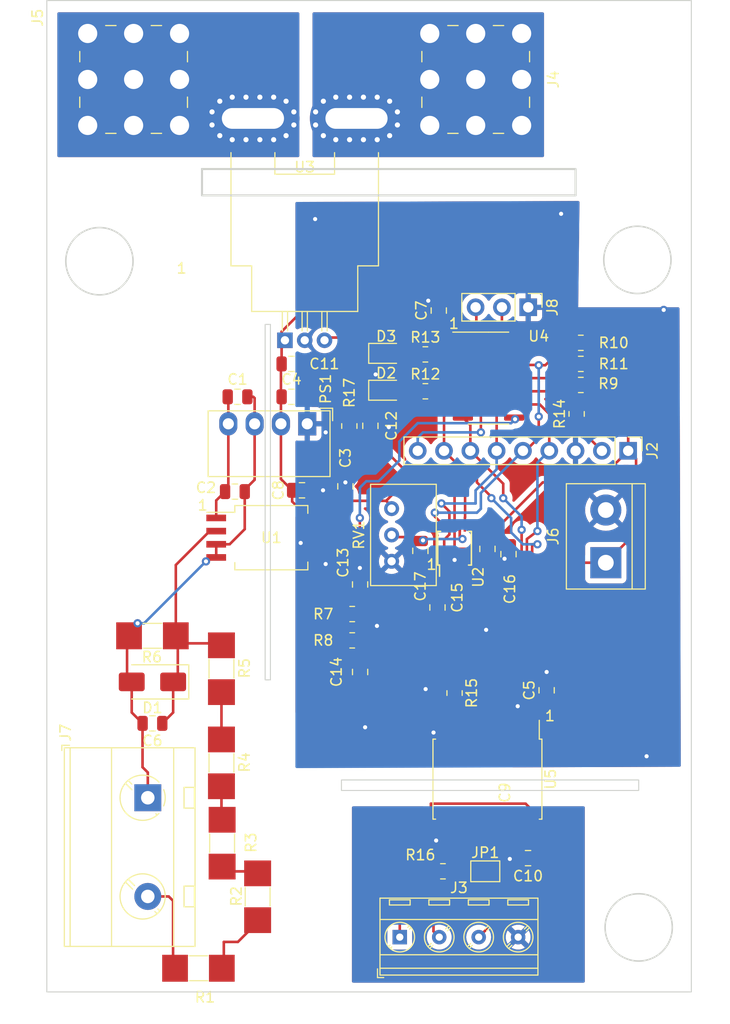
<source format=kicad_pcb>
(kicad_pcb (version 20221018) (generator pcbnew)
  (layers (0 "F.Cu" signal) (31 "B.Cu" signal) (34 "B.Paste" user) (35 "F.Paste" user) (36 "B.SilkS" user "B.Silkscreen") (37 "F.SilkS" user "F.Silkscreen") (38 "B.Mask" user) (39 "F.Mask" user) (44 "Edge.Cuts" user))
  (net 0 "")
  (net 1 "Net-(D1-A1)")
  (net 2 "GND1")
  (net 3 "GND")
  (net 4 "+5V")
  (net 5 "+5VP")
  (net 6 "Net-(R1-Pad2)")
  (net 7 "Net-(R2-Pad2)")
  (net 8 "Net-(R3-Pad2)")
  (net 9 "Net-(R4-Pad2)")
  (net 10 "Net-(U1-OUT+)")
  (net 11 "Net-(U1-OUT-)")
  (net 12 "GND2")
  (net 13 "VDD2")
  (net 14 "Net-(D2-A)")
  (net 15 "Net-(D3-A)")
  (net 16 "Net-(J2-Pin_2)")
  (net 17 "SCL")
  (net 18 "SDA")
  (net 19 "TXD")
  (net 20 "RXD")
  (net 21 "PA5")
  (net 22 "Net-(J4-Pin_1)")
  (net 23 "Net-(J5-Pin_1)")
  (net 24 "Net-(JP1-A)")
  (net 25 "B")
  (net 26 "RESET")
  (net 27 "PA7")
  (net 28 "PA6")
  (net 29 "Net-(U5-PV)")
  (net 30 "A")
  (net 31 "PA3")
  (net 32 "PA4")
  (net 33 "ALERT")
  (net 34 "XDIR")
  (net 38 "Net-(J7-Pin_2)")
  (net 39 "Net-(U3-VIOUT)")
  (net 40 "Net-(U2-AIN2)")
  (net 41 "Net-(U2-AIN0)")
  (net 42 "Net-(U2-AIN1)")
  (net 43 "Net-(U2-AIN3)")
  (footprint "PP:PP | R_MELF_MMB-0207 | 0805 Compatible" (layer "F.Cu") (at 39.977 71.0595 90)
    (fp_text reference "R5")
    (fp_text value "402k")
  )
  (footprint "Package_SO:SOIC-16W_7.5x10.3mm_P1.27mm" (layer "F.Cu") (at 65.659 81.71 -90)
    (fp_text reference "U5")
    (fp_text value "ADM2483xRW")
  )
  (footprint "TerminalBlock_MetzConnect:TerminalBlock_MetzConnect_Type086_RT03404HBLC_1x04_P3.81mm_Horizontal" (layer "F.Cu") (at 57.194 96.95)
    (fp_text reference "J3")
    (fp_text value "Screw_Terminal_01x04")
  )
  (footprint "Connector_PinHeader_2.54mm:PinHeader_1x03_P2.54mm_Vertical" (layer "F.Cu") (at 69.596 36.195 -90)
    (fp_text reference "J8")
    (fp_text value "PA3/PA4")
  )
  (footprint "Capacitor_SMD:C_0805_2012Metric" (layer "F.Cu") (at 67.691 60.005 90)
    (fp_text reference "C16")
    (fp_text value "10u")
  )
  (footprint "Capacitor_SMD:C_0805_2012Metric" (layer "F.Cu") (at 51.943 53.467 90)
    (fp_text reference "C3")
    (fp_text value "100n")
  )
  (footprint "TerminalBlock_Wuerth:Wuerth_REDCUBE-THR_WP-THRBU_74650194_THR" (layer "F.Cu") (at 31.496 14.218 -90)
    (fp_text reference "J5")
    (fp_text value "9x9 PIN connector")
  )
  (footprint "Capacitor_SMD:C_0805_2012Metric" (layer "F.Cu") (at 69.579 89.33)
    (fp_text reference "C10")
    (fp_text value "100nF")
  )
  (footprint "Capacitor_SMD:C_0805_2012Metric" (layer "F.Cu") (at 47.752 53.848)
    (fp_text reference "C8")
    (fp_text value "100nF")
  )
  (footprint "Capacitor_SMD:C_0805_2012Metric" (layer "F.Cu") (at 33.312 76.3295 180)
    (fp_text reference "C6")
    (fp_text value "1n")
  )
  (footprint "PP:PP | R_MELF_MMB-0207 | 0805 Compatible" (layer "F.Cu") (at 40.0405 87.8865 90)
    (fp_text reference "R3")
    (fp_text value "402k")
  )
  (footprint "Capacitor_SMD:C_0805_2012Metric" (layer "F.Cu") (at 65.659 59.502 -90)
    (fp_text reference "C9")
    (fp_text value "100nF")
  )
  (footprint "Capacitor_SMD:C_0805_2012Metric" (layer "F.Cu") (at 71.374 73.14 90)
    (fp_text reference "C5")
    (fp_text value "100n")
  )
  (footprint "Capacitor_SMD:C_0805_2012Metric" (layer "F.Cu") (at 53.3635 62.931 -90)
    (fp_text reference "C13")
    (fp_text value "100n")
  )
  (footprint "Capacitor_SMD:C_0805_2012Metric" (layer "F.Cu") (at 46.736 41.656)
    (fp_text reference "C11")
    (fp_text value "100n")
  )
  (footprint "Resistor_SMD:R_0805_2012Metric" (layer "F.Cu") (at 52.6015 68.326)
    (fp_text reference "R8")
    (fp_text value "10k")
  )
  (footprint "Diode_SMD:D_SMA" (layer "F.Cu") (at 33.312 72.3295 180)
    (fp_text reference "D1")
    (fp_text value "SMAJ5.0A")
  )
  (footprint "Capacitor_SMD:C_0805_2012Metric" (layer "F.Cu") (at 41.529 44.831)
    (fp_text reference "C1")
    (fp_text value "10u")
  )
  (footprint "Resistor_SMD:R_0805_2012Metric" (layer "F.Cu") (at 52.324 47.6485 90)
    (fp_text reference "R17")
    (fp_text value "10k")
  )
  (footprint "PP:PP | R_MELF_MMB-0207 | 0805 Compatible" (layer "F.Cu") (at 39.977 80.1395 90)
    (fp_text reference "R4")
    (fp_text value "402k")
  )
  (footprint "Capacitor_SMD:C_0805_2012Metric" (layer "F.Cu") (at 46.736 44.831)
    (fp_text reference "C4")
    (fp_text value "10u")
  )
  (footprint "Connector_PinHeader_2.54mm:PinHeader_1x09_P2.54mm_Vertical" (layer "F.Cu") (at 79.248 50.038 -90)
    (fp_text reference "J2")
    (fp_text value "Debug/UPDI")
  )
  (footprint "Capacitor_SMD:C_0805_2012Metric" (layer "F.Cu") (at 53.3635 71.374 -90)
    (fp_text reference "C14")
    (fp_text value "100n")
  )
  (footprint "Resistor_SMD:R_0805_2012Metric" (layer "F.Cu") (at 74.2715 46.482 90)
    (fp_text reference "R14")
    (fp_text value "470R")
  )
  (footprint "PP:PP | R_MELF_MMB-0207 | 0805 Compatible" (layer "F.Cu") (at 37.7545 99.9515)
    (fp_text reference "R1")
    (fp_text value "402k")
  )
  (footprint "Resistor_SMD:R_0805_2012Metric" (layer "F.Cu") (at 74.676 43.688)
    (fp_text reference "R9")
    (fp_text value "100K")
  )
  (footprint "Resistor_SMD:R_0805_2012Metric" (layer "F.Cu") (at 59.6665 44.296252)
    (fp_text reference "R12")
    (fp_text value "330R")
  )
  (footprint "Resistor_SMD:R_0805_2012Metric" (layer "F.Cu") (at 59.6665 40.740252)
    (fp_text reference "R13")
    (fp_text value "330R")
  )
  (footprint "TerminalBlock_MetzConnect:TerminalBlock_MetzConnect_Type703_RT10N02HGLU_1x02_P9.52mm_Horizontal" (layer "F.Cu") (at 32.865 83.505 -90)
    (fp_text reference "J7")
    (fp_text value "Screw_Terminal_01x02")
  )
  (footprint "Package_SO:SSO-8_6.8x5.9mm_P1.27mm_Clearance8mm" (layer "F.Cu") (at 44.8175 58.42)
    (fp_text reference "U1")
    (fp_text value "ACPL-C870")
  )
  (footprint "Package_SO:TSSOP-10_3x3mm_P0.5mm" (layer "F.Cu") (at 62.484 59.436 90)
    (fp_text reference "U2")
    (fp_text value "ADS1115IDGS")
  )
  (footprint "PP:PP | R_MELF_MMB-0207 | 0805 Compatible" (layer "F.Cu") (at 43.4695 93.0565 90)
    (fp_text reference "R2")
    (fp_text value "402k")
  )
  (footprint "Sensor_Current:Allegro_CB_PFF" (layer "F.Cu") (at 46.106 39.378)
    (fp_text reference "U3")
    (fp_text value "ACS758xCB-200B-PFF")
  )
  (footprint "Resistor_SMD:R_0805_2012Metric" (layer "F.Cu") (at 74.676 39.624 180)
    (fp_text reference "R10")
    (fp_text value "4k7")
  )
  (footprint "LED_SMD:LED_0805_2012Metric" (layer "F.Cu") (at 55.88 44.196)
    (fp_text reference "D2")
    (fp_text value "GREEN")
  )
  (footprint "Resistor_SMD:R_0805_2012Metric" (layer "F.Cu") (at 52.6015 65.786)
    (fp_text reference "R7")
    (fp_text value "10k")
  )
  (footprint "Jumper:SolderJumper-2_P1.3mm_Bridged_Pad1.0x1.5mm" (layer "F.Cu") (at 65.449 90.6)
    (fp_text reference "JP1")
    (fp_text value "SolderJumper_2_Bridged")
  )
  (footprint "PP:PP | R_MELF_MMB-0207 | 0805 Compatible" (layer "F.Cu") (at 33.312 67.8845 180)
    (fp_text reference "R6")
    (fp_text value "4k7")
  )
  (footprint "Capacitor_SMD:C_0805_2012Metric" (layer "F.Cu") (at 60.96 36.51 90)
    (fp_text reference "C7")
    (fp_text value "10u")
  )
  (footprint "Resistor_SMD:R_0805_2012Metric" (layer "F.Cu") (at 62.484 73.406 -90)
    (fp_text reference "R15")
    (fp_text value "10K")
  )
  (footprint "Capacitor_SMD:C_0805_2012Metric" (layer "F.Cu") (at 60.833 65.151 90)
    (fp_text reference "C15")
    (fp_text value "100n")
  )
  (footprint "TerminalBlock:TerminalBlock_bornier-2_P5.08mm" (layer "F.Cu") (at 77.089 60.833 90)
    (fp_text reference "J6")
    (fp_text value "Screw_Terminal_01x02")
  )
  (footprint "Capacitor_SMD:C_0805_2012Metric" (layer "F.Cu") (at 41.275 53.975)
    (fp_text reference "C2")
    (fp_text value "100n")
  )
  (footprint "Package_SO:SOIC-14_3.9x8.7mm_P1.27mm" (layer "F.Cu") (at 65.7625 43.026252)
    (fp_text reference "U4")
    (fp_text value "ATtiny1614-SS")
  )
  (footprint "Potentiometer_THT:Potentiometer_Bourns_3299W_Vertical" (layer "F.Cu") (at 56.406 55.616 90)
    (fp_text reference "RV1")
    (fp_text value "10k 10turn")
  )
  (footprint "Resistor_SMD:R_0805_2012Metric" (layer "F.Cu") (at 74.676 41.656 180)
    (fp_text reference "R11")
    (fp_text value "4k7")
  )
  (footprint "Resistor_SMD:R_0805_2012Metric" (layer "F.Cu") (at 61.3615 90.6 180)
    (fp_text reference "R16")
    (fp_text value "120R")
  )
  (footprint "LED_SMD:LED_0805_2012Metric" (layer "F.Cu") (at 55.88 40.64)
    (fp_text reference "D3")
    (fp_text value "RED")
  )
  (footprint "TerminalBlock_Wuerth:Wuerth_REDCUBE-THR_WP-THRBU_74650194_THR" (layer "F.Cu") (at 64.526 14.218 -90)
    (fp_text reference "J4")
    (fp_text value "9x9 PIN connector")
  )
  (footprint "Converter_DCDC:Converter_DCDC_Murata_MEE1SxxxxSC_THT" (layer "F.Cu") (at 48.26 47.4335 -90)
    (fp_text reference "PS1")
    (fp_text value "MEE1S0505SC")
  )
  (footprint "Capacitor_SMD:C_0805_2012Metric" (layer "F.Cu") (at 54.356 47.6285 90)
    (fp_text reference "C12")
    (fp_text value "100n 100V")
  )
  (footprint "Capacitor_SMD:C_0805_2012Metric" (layer "F.Cu") (at 59.182 59.69 -90)
    (fp_text reference "C17")
    (fp_text value "100n 100V")
  )
  (gr_rect (start 51.562 81.788) (end 80.264 82.804) (stroke (width 0.1)) (fill none) (layer "Edge.Cuts"))
  (gr_circle (center 80.137 31.623) (end 83.382341 31.623) (stroke (width 0.15)) (fill none) (layer "Edge.Cuts"))
  (gr_rect (start 38.1 22.86) (end 74.168 25.4) (stroke (width 0.2)) (fill none) (layer "Edge.Cuts"))
  (gr_rect (start 44.196 37.846) (end 44.704 72.136) (stroke (width 0.1)) (fill none) (layer "Edge.Cuts"))
  (gr_circle (center 80.264 96.012) (end 83.509341 96.012) (stroke (width 0.15)) (fill none) (layer "Edge.Cuts"))
  (gr_rect (start 23.114 6.604) (end 85.344 102.235) (stroke (width 0.1)) (fill none) (layer "Edge.Cuts"))
  (gr_circle (center 28.194 31.75) (end 31.439341 31.75) (stroke (width 0.15)) (fill none) (layer "Edge.Cuts"))
  (gr_text "1" (at 37.592 55.88) (layer "F.SilkS") (effects (font (size 1 1)) (justify left bottom)))
  (gr_text "1" (at 35.56 33.02) (layer "F.SilkS") (effects (font (size 1 1)) (justify left bottom)))
  (gr_text "1" (at 61.849 38.354) (layer "F.SilkS") (effects (font (size 1 1)) (justify left bottom)))
  (gr_text "1" (at 71.12 76.2) (layer "F.SilkS") (effects (font (size 1 1)) (justify left bottom)))
  (gr_text "1" (at 59.69 61.595) (layer "F.SilkS") (effects (font (size 1 1)) (justify left bottom)))
  (segment (start 38.8375 57.785) (end 35.57 61.0525) (width 0.25) (layer "F.Cu") (net 1))
  (segment (start 35.57 61.0525) (end 35.57 67.8845) (width 0.25) (layer "F.Cu") (net 1))
  (segment (start 35.312 72.3295) (end 35.312 75.2795) (width 0.25) (layer "F.Cu") (net 1))
  (segment (start 36.487 68.6095) (end 35.762 67.8845) (width 0.25) (layer "F.Cu") (net 1))
  (segment (start 35.762 67.8845) (end 35.762 71.8795) (width 0.25) (layer "F.Cu") (net 1))
  (segment (start 39.47 57.785) (end 38.8375 57.785) (width 0.25) (layer "F.Cu") (net 1))
  (segment (start 35.312 75.2795) (end 34.262 76.3295) (width 0.25) (layer "F.Cu") (net 1))
  (segment (start 35.762 71.8795) (end 35.312 72.3295) (width 0.25) (layer "F.Cu") (net 1))
  (segment (start 39.977 68.6095) (end 36.487 68.6095) (width 0.25) (layer "F.Cu") (net 1))
  (segment (start 39.47 59.055) (end 39.47 60.325) (width 0.25) (layer "F.Cu") (net 2))
  (segment (start 42.479 44.831) (end 43.053 44.831) (width 0.25) (layer "F.Cu") (net 2))
  (segment (start 43.053 44.831) (end 43.18 44.958) (width 0.25) (layer "F.Cu") (net 2))
  (segment (start 30.862 71.8795) (end 31.312 72.3295) (width 0.25) (layer "F.Cu") (net 2))
  (segment (start 31.312 75.2795) (end 32.362 76.3295) (width 0.25) (layer "F.Cu") (net 2))
  (segment (start 42.164 53.848) (end 43.18 52.832) (width 0.25) (layer "F.Cu") (net 2))
  (segment (start 31.312 72.3295) (end 31.312 75.2795) (width 0.25) (layer "F.Cu") (net 2))
  (segment (start 30.862 67.8845) (end 30.862 71.8795) (width 0.25) (layer "F.Cu") (net 2))
  (segment (start 39.47 59.055) (end 40.767 59.055) (width 0.25) (layer "F.Cu") (net 2))
  (segment (start 43.18 47.4335) (end 43.18 44.958) (width 0.25) (layer "F.Cu") (net 2))
  (segment (start 32.357 76.3345) (end 32.362 76.3295) (width 0.25) (layer "F.Cu") (net 2))
  (segment (start 40.767 59.055) (end 42.225 57.597) (width 0.25) (layer "F.Cu") (net 2))
  (segment (start 32.357 80.5575) (end 32.357 76.3345) (width 0.25) (layer "F.Cu") (net 2))
  (segment (start 42.225 57.597) (end 42.225 53.975) (width 0.25) (layer "F.Cu") (net 2))
  (segment (start 43.18 52.832) (end 43.18 47.4335) (width 0.25) (layer "F.Cu") (net 2))
  (segment (start 32.865 81.0655) (end 32.357 80.5575) (width 0.25) (layer "F.Cu") (net 2))
  (segment (start 42.164 53.914) (end 42.225 53.975) (width 0.25) (layer "F.Cu") (net 2))
  (segment (start 32.865 81.0655) (end 32.865 83.505) (width 0.25) (layer "F.Cu") (net 2))
  (via (at 31.877 66.675) (size 0.8) (drill 0.4) (layers "F.Cu" "B.Cu") (net 2))
  (via (at 38.481 60.706) (size 0.8) (drill 0.4) (layers "F.Cu" "B.Cu") (net 2))
  (segment (start 32.512 66.675) (end 38.481 60.706) (width 0.25) (layer "B.Cu") (net 2))
  (segment (start 31.877 66.675) (end 32.512 66.675) (width 0.25) (layer "B.Cu") (net 2))
  (segment (start 60.452 77.216) (end 61.058 77.216) (width 0.25) (layer "F.Cu") (net 3))
  (segment (start 70.163 72.19) (end 71.374 72.19) (width 0.25) (layer "F.Cu") (net 3))
  (segment (start 68.58 76.806) (end 68.834 77.06) (width 0.25) (layer "F.Cu") (net 3))
  (segment (start 62.485139 60.567352) (end 62.600491 60.452) (width 0.25) (layer "F.Cu") (net 3))
  (segment (start 54.9425 42.7505) (end 54.864 42.672) (width 0.25) (layer "F.Cu") (net 3))
  (segment (start 68.58 74.676) (end 68.58 76.806) (width 0.25) (layer "F.Cu") (net 3))
  (segment (start 61.058 77.216) (end 61.214 77.06) (width 0.25) (layer "F.Cu") (net 3))
  (segment (start 50.292 60.452) (end 50.165 60.325) (width 0.25) (layer "F.Cu") (net 3))
  (segment (start 70.163 72.19) (end 68.58 73.773) (width 0.25) (layer "F.Cu") (net 3))
  (segment (start 48.702 53.848) (end 49.784 53.848) (width 0.25) (layer "F.Cu") (net 3))
  (segment (start 54.864 40.7185) (end 54.9425 40.64) (width 0.25) (layer "F.Cu") (net 3))
  (segment (start 68.58 73.773) (end 68.58 74.676) (width 0.25) (layer "F.Cu") (net 3))
  (segment (start 62.484 61.586) (end 62.484 60.568491) (width 0.25) (layer "F.Cu") (net 3))
  (segment (start 54.864 42.672) (end 54.864 40.7185) (width 0.25) (layer "F.Cu") (net 3))
  (segment (start 54.9425 44.196) (end 54.9425 42.7505) (width 0.25) (layer "F.Cu") (net 3))
  (segment (start 62.484 60.568491) (end 62.485139 60.567352) (width 0.25) (layer "F.Cu") (net 3))
  (segment (start 62.600491 60.452) (end 65.532 60.452) (width 0.25) (layer "F.Cu") (net 3))
  (via (at 81.026 79.502) (size 0.8) (drill 0.4) (layers "F.Cu" "B.Cu") (net 3))
  (via (at 82.677 36.449) (size 0.8) (drill 0.4) (layers "F.Cu" "B.Cu") (net 3))
  (via (at 59.944 35.56) (size 0.8) (drill 0.4) (layers "F.Cu" "B.Cu") (net 3))
  (via (at 49.022 27.686) (size 0.8) (drill 0.4) (layers "F.Cu" "B.Cu") (net 3))
  (via (at 56.134 47.752) (size 0.8) (drill 0.4) (layers "F.Cu" "B.Cu") (net 3))
  (via (at 53.34 61.341) (size 0.8) (drill 0.4) (layers "F.Cu" "B.Cu") (net 3))
  (via (at 71.374 71.374) (size 0.8) (drill 0.4) (layers "F.Cu" "B.Cu") (net 3))
  (via (at 54.864 42.672) (size 0.8) (drill 0.4) (layers "F.Cu" "B.Cu") (net 3))
  (via (at 72.771 27.178) (size 0.8) (drill 0.4) (layers "F.Cu" "B.Cu") (net 3))
  (via (at 65.532 67.31) (size 0.8) (drill 0.4) (layers "F.Cu" "B.Cu") (net 3))
  (via (at 49.784 53.848) (size 0.8) (drill 0.4) (layers "F.Cu" "B.Cu") (net 3))
  (via (at 59.69 73.025) (size 0.8) (drill 0.4) (layers "F.Cu" "B.Cu") (net 3))
  (via (at 47.625 58.928) (size 0.8) (drill 0.4) (layers "F.Cu" "B.Cu") (net 3))
  (via (at 67.31 60.452) (size 0.8) (drill 0.4) (layers "F.Cu" "B.Cu") (net 3))
  (via (at 68.58 74.676) (size 0.8) (drill 0.4) (layers "F.Cu" "B.Cu") (net 3))
  (via (at 53.848 76.708) (size 0.8) (drill 0.4) (layers "F.Cu" "B.Cu") (net 3))
  (via (at 51.943 53.086) (size 0.8) (drill 0.4) (layers "F.Cu" "B.Cu") (net 3))
  (via (at 50.038 60.96) (size 0.8) (drill 0.4) (layers "F.Cu" "B.Cu") (net 3))
  (via (at 62.485139 60.567352) (size 0.8) (drill 0.4) (layers "F.Cu" "B.Cu") (net 3))
  (via (at 60.452 77.216) (size 0.8) (drill 0.4) (layers "F.Cu" "B.Cu") (net 3))
  (via (at 50.038 48.26) (size 0.8) (drill 0.4) (layers "F.Cu" "B.Cu") (net 3))
  (via (at 54.991 66.929) (size 0.8) (drill 0.4) (layers "F.Cu" "B.Cu") (net 3))
  (segment (start 70.104 77.06) (end 70.104 77.486751) (width 0.25) (layer "F.Cu") (net 4))
  (segment (start 70.163 77.001) (end 70.104 77.06) (width 0.25) (layer "F.Cu") (net 4))
  (segment (start 45.786 40.132) (end 45.786 38.542) (width 0.25) (layer "F.Cu") (net 4))
  (segment (start 75.5885 39.624) (end 75.5885 41.656) (width 0.25) (layer "F.Cu") (net 4))
  (segment (start 59.563 78.867) (end 59.182 78.486) (width 0.25) (layer "F.Cu") (net 4))
  (segment (start 55.88 54.864) (end 51.816 54.864) (width 0.25) (layer "F.Cu") (net 4))
  (segment (start 63.2875 39.216252) (end 61.155248 37.084) (width 0.25) (layer "F.Cu") (net 4))
  (segment (start 48.387 56.515) (end 50.165 56.515) (width 0.25) (layer "F.Cu") (net 4))
  (segment (start 58.457 79.973) (end 59.563 78.867) (width 0.25) (layer "F.Cu") (net 4))
  (segment (start 70.163 74.09) (end 70.163 74.168) (width 0.25) (layer "F.Cu") (net 4))
  (segment (start 62.484 59.309) (end 62.484 57.286) (width 0.25) (layer "F.Cu") (net 4))
  (segment (start 49.5325 56.515) (end 48.768 57.2795) (width 0.25) (layer "F.Cu") (net 4))
  (segment (start 51.816 54.864) (end 50.165 56.515) (width 0.25) (layer "F.Cu") (net 4))
  (segment (start 45.786 40.132) (end 45.786 39.698) (width 0.25) (layer "F.Cu") (net 4))
  (segment (start 48.223 79.973) (end 58.457 79.973) (width 0.25) (layer "F.Cu") (net 4))
  (segment (start 64.59 59.494) (end 62.669 59.494) (width 0.25) (layer "F.Cu") (net 4))
  (segment (start 76.2 53.086) (end 79.248 50.038) (width 0.25) (layer "F.Cu") (net 4))
  (segment (start 56.406 55.616) (end 56.406 55.39) (width 0.25) (layer "F.Cu") (net 4))
  (segment (start 45.72 52.766) (end 46.802 53.848) (width 0.25) (layer "F.Cu") (net 4))
  (segment (start 66.162 59.055) (end 65.659 58.552) (width 0.25) (layer "F.Cu") (net 4))
  (segment (start 62.484 57.286) (end 62.484 53.721) (width 0.25) (layer "F.Cu") (net 4))
  (segment (start 72.126173 74.09) (end 72.771 74.09) (width 0.25) (layer "F.Cu") (net 4))
  (segment (start 70.104 77.486751) (end 67.834751 79.756) (width 0.25) (layer "F.Cu") (net 4))
  (segment (start 46.802 53.848) (end 46.802 54.93) (width 0.25) (layer "F.Cu") (net 4))
  (segment (start 58.547 53.721) (end 57.023 53.721) (width 0.25) (layer "F.Cu") (net 4))
  (segment (start 59.182 78.486) (end 59.182 74.676) (width 0.25) (layer "F.Cu") (net 4))
  (segment (start 60.96 72.898) (end 62.0795 72.898) (width 0.25) (layer "F.Cu") (net 4))
  (segment (start 77.089 60.833) (end 80.01 57.912) (width 0.25) (layer "F.Cu") (net 4))
  (segment (start 45.786 39.698) (end 46.106 39.378) (width 0.25) (layer "F.Cu") (net 4))
  (segment (start 70.163 74.168) (end 70.163 77.001) (width 0.25) (layer "F.Cu") (net 4))
  (segment (start 61.155248 37.084) (end 47.244 37.084) (width 0.25) (layer "F.Cu") (net 4))
  (segment (start 50.165 56.515) (end 49.5325 56.515) (width 0.25) (layer "F.Cu") (net 4))
  (segment (start 79.248 47.8555) (end 79.248 50.038) (width 0.25) (layer "F.Cu") (net 4))
  (segment (start 80.01 57.912) (end 80.01 50.8) (width 0.25) (layer "F.Cu") (net 4))
  (segment (start 75.5885 44.196) (end 79.248 47.8555) (width 0.25) (layer "F.Cu") (net 4))
  (segment (start 47.625 75.946) (end 47.625 79.375) (width 0.25) (layer "F.Cu") (net 4))
  (segment (start 59.182 74.676) (end 60.96 72.898) (width 0.25) (layer "F.Cu") (net 4))
  (segment (start 60.452 79.756) (end 59.563 78.867) (width 0.25) (layer "F.Cu") (net 4))
  (segment (start 73.025 60.833) (end 77.089 60.833) (width 0.25) (layer "F.Cu") (net 4))
  (segment (start 46.802 54.93) (end 48.387 56.515) (width 0.25) (layer "F.Cu") (net 4))
  (segment (start 45.72 41.722) (end 45.72 52.766) (width 0.25) (layer "F.Cu") (net 4))
  (segment (start 70.241 74.09) (end 70.163 74.168) (width 0.25) (layer "F.Cu") (net 4))
  (segment (start 56.406 55.39) (end 55.88 54.864) (width 0.25) (layer "F.Cu") (net 4))
  (segment (start 62.0795 72.898) (end 62.484 72.4935) (width 0.25) (layer "F.Cu") (net 4))
  (segment (start 70.998 53.086) (end 65.532 58.552) (width 0.25) (layer "F.Cu") (net 4))
  (segment (start 45.786 41.656) (end 45.786 40.132) (width 0.25) (layer "F.Cu") (net 4))
  (segment (start 75.5885 41.656) (end 75.5885 43.688) (width 0.25) (layer "F.Cu") (net 4))
  (segment (start 48.768 74.803) (end 47.625 75.946) (width 0.25) (layer "F.Cu") (net 4))
  (segment (start 62.484 53.721) (end 58.547 53.721) (width 0.25) (layer "F.Cu") (net 4))
  (segment (start 70.739 69.088) (end 70.739 63.119) (width 0.25) (layer "F.Cu") (net 4))
  (segment (start 71.374 74.09) (end 70.241 74.09) (width 0.25) (layer "F.Cu") (net 4))
  (segment (start 62.669 59.494) (end 62.484 59.309) (width 0.25) (layer "F.Cu") (net 4))
  (segment (start 47.625 79.375) (end 48.223 79.973) (width 0.25) (layer "F.Cu") (net 4))
  (segment (start 45.786 38.542) (end 47.244 37.084) (width 0.25) (layer "F.Cu") (net 4))
  (segment (start 76.2 53.086) (end 70.998 53.086) (width 0.25) (layer "F.Cu") (net 4))
  (segment (start 65.532 58.552) (end 64.59 59.494) (width 0.25) (layer "F.Cu") (net 4))
  (segment (start 57.023 53.721) (end 55.88 54.864) (width 0.25) (layer "F.Cu") (net 4))
  (segment (start 80.01 50.8) (end 79.248 50.038) (width 0.25) (layer "F.Cu") (net 4))
  (segment (start 72.771 71.12) (end 70.739 69.088) (width 0.25) (layer "F.Cu") (net 4))
  (segment (start 67.691 59.055) (end 66.162 59.055) (width 0.25) (layer "F.Cu") (net 4))
  (segment (start 70.739 63.119) (end 73.025 60.833) (width 0.25) (layer "F.Cu") (net 4))
  (segment (start 67.834751 79.756) (end 60.452 79.756) (width 0.25) (layer "F.Cu") (net 4))
  (segment (start 45.786 41.656) (end 45.72 41.722) (width 0.25) (layer "F.Cu") (net 4))
  (segment (start 72.771 74.09) (end 72.771 71.12) (width 0.25) (layer "F.Cu") (net 4))
  (segment (start 48.768 57.2795) (end 48.768 74.803) (width 0.25) (layer "F.Cu") (net 4))
  (segment (start 40.64 53.66) (end 40.64 47.4335) (width 0.25) (layer "F.Cu") (net 5))
  (segment (start 40.325 53.975) (end 40.64 53.66) (width 0.25) (layer "F.Cu") (net 5))
  (segment (start 40.64 44.892) (end 40.579 44.831) (width 0.25) (layer "F.Cu") (net 5))
  (segment (start 40.325 53.975) (end 39.47 54.83) (width 0.25) (layer "F.Cu") (net 5))
  (segment (start 39.47 54.83) (end 39.47 56.515) (width 0.25) (layer "F.Cu") (net 5))
  (segment (start 40.64 47.4335) (end 40.64 44.892) (width 0.25) (layer "F.Cu") (net 5))
  (segment (start 40.2045 97.4115) (end 41.5645 97.4115) (width 0.25) (layer "F.Cu") (net 6))
  (segment (start 41.5645 97.4115) (end 43.4695 95.5065) (width 0.25) (layer "F.Cu") (net 6))
  (segment (start 40.2045 97.4115) (end 40.2045 99.9515) (width 0.25) (layer "F.Cu") (net 6))
  (segment (start 43.4695 90.6065) (end 39.2945 90.6065) (width 0.25) (layer "F.Cu") (net 7))
  (segment (start 39.977 85.373) (end 40.0405 85.4365) (width 0.25) (layer "F.Cu") (net 8))
  (segment (start 39.977 82.5895) (end 39.977 85.373) (width 0.25) (layer "F.Cu") (net 8))
  (segment (start 39.977 77.6895) (end 39.977 73.5095) (width 0.25) (layer "F.Cu") (net 9))
  (segment (start 52.139 59.1265) (end 52.139 60.909896) (width 0.25) (layer "F.Cu") (net 10))
  (segment (start 50.165 57.785) (end 50.7975 57.785) (width 0.25) (layer "F.Cu") (net 10))
  (segment (start 52.139 60.909896) (end 51.689 61.359896) (width 0.25) (layer "F.Cu") (net 10))
  (segment (start 50.7975 57.785) (end 52.139 59.1265) (width 0.25) (layer "F.Cu") (net 10))
  (segment (start 51.689 61.359896) (end 51.689 65.786) (width 0.25) (layer "F.Cu") (net 10))
  (segment (start 50.419 68.326) (end 51.689 68.326) (width 0.25) (layer "F.Cu") (net 11))
  (segment (start 50.419 61.9935) (end 50.419 68.326) (width 0.25) (layer "F.Cu") (net 11))
  (segment (start 51.689 60.7235) (end 50.419 61.9935) (width 0.25) (layer "F.Cu") (net 11))
  (segment (start 50.8175 59.055) (end 51.689 59.9265) (width 0.25) (layer "F.Cu") (net 11))
  (segment (start 50.165 59.055) (end 50.8175 59.055) (width 0.25) (layer "F.Cu") (net 11))
  (segment (start 51.689 59.9265) (end 51.689 60.7235) (width 0.25) (layer "F.Cu") (net 11))
  (segment (start 61.214 86.36) (end 61.214 84.836) (width 0.25) (layer "F.Cu") (net 12))
  (segment (start 68.629 86.565) (end 68.834 86.36) (width 0.25) (layer "F.Cu") (net 12))
  (segment (start 68.834 84.836) (end 68.834 86.36) (width 0.25) (layer "F.Cu") (net 12))
  (segment (start 68.629 89.33) (end 68.629 86.565) (width 0.25) (layer "F.Cu") (net 12))
  (segment (start 68.58 84.836) (end 68.834 84.836) (width 0.25) (layer "F.Cu") (net 12))
  (segment (start 61.214 84.836) (end 68.58 84.836) (width 0.25) (layer "F.Cu") (net 12))
  (via (at 67.818 89.408) (size 0.8) (drill 0.4) (layers "F.Cu" "B.Cu") (net 12))
  (via (at 60.706 87.63) (size 0.8) (drill 0.4) (layers "F.Cu" "B.Cu") (net 12))
  (segment (start 60.198 84.074) (end 60.198 85.09) (width 0.25) (layer "F.Cu") (net 13))
  (segment (start 57.194 88.094) (end 57.194 96.95) (width 0.25) (layer "F.Cu") (net 13))
  (segment (start 70.529 89.33) (end 70.529 86.785) (width 0.25) (layer "F.Cu") (net 13))
  (segment (start 60.198 85.09) (end 57.194 88.094) (width 0.25) (layer "F.Cu") (net 13))
  (segment (start 70.104 86.36) (end 70.104 84.836) (width 0.25) (layer "F.Cu") (net 13))
  (segment (start 70.104 84.836) (end 69.342 84.074) (width 0.25) (layer "F.Cu") (net 13))
  (segment (start 70.529 86.785) (end 70.104 86.36) (width 0.25) (layer "F.Cu") (net 13))
  (segment (start 69.342 84.074) (end 60.198 84.074) (width 0.25) (layer "F.Cu") (net 13))
  (segment (start 58.653748 44.196) (end 58.754 44.296252) (width 0.25) (layer "F.Cu") (net 14))
  (segment (start 56.8175 44.196) (end 58.653748 44.196) (width 0.25) (layer "F.Cu") (net 14))
  (segment (start 56.8175 40.64) (end 58.653748 40.64) (width 0.25) (layer "F.Cu") (net 15))
  (segment (start 58.653748 40.64) (end 58.754 40.740252) (width 0.25) (layer "F.Cu") (net 15))
  (segment (start 74.3185 47.6485) (end 76.708 50.038) (width 0.25) (layer "F.Cu") (net 16))
  (segment (start 74.2715 47.6485) (end 74.3185 47.6485) (width 0.25) (layer "F.Cu") (net 16))
  (segment (start 71.247 41.783) (end 72.644 40.386) (width 0.25) (layer "F.Cu") (net 17))
  (segment (start 72.644 40.386) (end 73.5095 40.386) (width 0.25) (layer "F.Cu") (net 17))
  (segment (start 68.2375 41.756252) (end 70.585252 41.756252) (width 0.25) (layer "F.Cu") (net 17))
  (segment (start 70.585252 41.756252) (end 70.612 41.783) (width 0.25) (layer "F.Cu") (net 17))
  (segment (start 61.484 57.286) (end 60.579 56.381) (width 0.25) (layer "F.Cu") (net 17))
  (segment (start 70.612 48.768) (end 70.612 46.736) (width 0.25) (layer "F.Cu") (net 17))
  (segment (start 69.088 50.292) (end 70.612 48.768) (width 0.25) (layer "F.Cu") (net 17))
  (segment (start 73.5095 40.386) (end 73.7635 40.132) (width 0.25) (layer "F.Cu") (net 17))
  (segment (start 60.579 56.007) (end 60.579 56.134) (width 0.25) (layer "F.Cu") (net 17))
  (segment (start 60.579 56.381) (end 60.579 56.007) (width 0.25) (layer "F.Cu") (net 17))
  (segment (start 70.612 41.783) (end 71.247 41.783) (width 0.25) (layer "F.Cu") (net 17))
  (via (at 70.612 46.736) (size 0.8) (drill 0.4) (layers "F.Cu" "B.Cu") (net 17))
  (via (at 60.579 56.007) (size 0.8) (drill 0.4) (layers "F.Cu" "B.Cu") (net 17))
  (via (at 70.612 41.783) (size 0.8) (drill 0.4) (layers "F.Cu" "B.Cu") (net 17))
  (segment (start 60.579 56.007) (end 64.643 56.007) (width 0.25) (layer "B.Cu") (net 17))
  (segment (start 65.024 55.626) (end 65.024 54.102) (width 0.25) (layer "B.Cu") (net 17))
  (segment (start 64.643 56.007) (end 65.024 55.626) (width 0.25) (layer "B.Cu") (net 17))
  (segment (start 70.612 41.783) (end 70.612 46.736) (width 0.25) (layer "B.Cu") (net 17))
  (segment (start 65.024 54.102) (end 69.088 50.038) (width 0.25) (layer "B.Cu") (net 17))
  (segment (start 66.548 50.292) (end 66.548 44.339001) (width 0.25) (layer "F.Cu") (net 18))
  (segment (start 61.984 55.888) (end 61.214 55.118) (width 0.25) (layer "F.Cu") (net 18))
  (segment (start 73.279 42.164) (end 73.7635 42.164) (width 0.25) (layer "F.Cu") (net 18))
  (segment (start 61.984 57.286) (end 61.984 55.888) (width 0.25) (layer "F.Cu") (net 18))
  (segment (start 68.2375 43.026252) (end 72.416748 43.026252) (width 0.25) (layer "F.Cu") (net 18))
  (segment (start 61.984 58.111) (end 61.984 57.286) (width 0.25) (layer "F.Cu") (net 18))
  (segment (start 61.984 58.111) (end 61.484 58.611) (width 0.25) (layer "F.Cu") (net 18))
  (segment (start 66.548 44.339001) (end 67.860749 43.026252) (width 0.25) (layer "F.Cu") (net 18))
  (segment (start 61.484 58.611) (end 61.484 61.586) (width 0.25) (layer "F.Cu") (net 18))
  (segment (start 72.416748 43.026252) (end 73.279 42.164) (width 0.25) (layer "F.Cu") (net 18))
  (segment (start 67.860749 43.026252) (end 68.2375 43.026252) (width 0.25) (layer "F.Cu") (net 18))
  (via (at 61.214 55.118) (size 0.8) (drill 0.4) (layers "F.Cu" "B.Cu") (net 18))
  (segment (start 64.516 55.118) (end 61.214 55.118) (width 0.25) (layer "B.Cu") (net 18))
  (segment (start 64.516 53.857305) (end 64.516 55.118) (width 0.25) (layer "B.Cu") (net 18))
  (segment (start 66.548 50.038) (end 66.548 51.825305) (width 0.25) (layer "B.Cu") (net 18))
  (segment (start 66.548 51.825305) (end 64.516 53.857305) (width 0.25) (layer "B.Cu") (net 18))
  (segment (start 63.754 75.946) (end 63.754 77.06) (width 0.25) (layer "F.Cu") (net 19))
  (segment (start 64.008 50.038) (end 67.183 53.213) (width 0.25) (layer "F.Cu") (net 19))
  (segment (start 64.008 47.556752) (end 63.2875 46.836252) (width 0.25) (layer "F.Cu") (net 19))
  (segment (start 67.183 53.213) (end 67.183 54.61) (width 0.25) (layer "F.Cu") (net 19))
  (segment (start 68.961 57.658) (end 68.961 70.739) (width 0.25) (layer "F.Cu") (net 19))
  (segment (start 64.008 50.292) (end 64.008 47.556752) (width 0.25) (layer "F.Cu") (net 19))
  (segment (start 68.961 70.739) (end 63.754 75.946) (width 0.25) (layer "F.Cu") (net 19))
  (via (at 67.183 54.61) (size 0.8) (drill 0.4) (layers "F.Cu" "B.Cu") (net 19))
  (via (at 68.961 57.658) (size 0.8) (drill 0.4) (layers "F.Cu" "B.Cu") (net 19))
  (segment (start 67.183 54.61) (end 68.961 56.388) (width 0.25) (layer "B.Cu") (net 19))
  (segment (start 68.961 56.388) (end 68.961 57.658) (width 0.25) (layer "B.Cu") (net 19))
  (segment (start 61.468 46.736) (end 61.468 50.292) (width 0.25) (layer "F.Cu") (net 20))
  (segment (start 69.977 59.055) (end 70.485 59.055) (width 0.25) (layer "F.Cu") (net 20))
  (segment (start 67.564 73.408792) (end 69.977 70.995792) (width 0.25) (layer "F.Cu") (net 20))
  (segment (start 64.643 53.086) (end 66.04 54.483) (width 0.25) (layer "F.Cu") (net 20))
  (segment (start 67.564 77.06) (end 67.564 73.408792) (width 0.25) (layer "F.Cu") (net 20))
  (segment (start 63.2875 45.566252) (end 62.637748 45.566252) (width 0.25) (layer "F.Cu") (net 20))
  (segment (start 63.246 51.816) (end 64.643 51.816) (width 0.25) (layer "F.Cu") (net 20))
  (segment (start 64.643 51.816) (end 64.643 53.086) (width 0.25) (layer "F.Cu") (net 20))
  (segment (start 69.977 70.995792) (end 69.977 59.055) (width 0.25) (layer "F.Cu") (net 20))
  (segment (start 61.468 50.038) (end 63.246 51.816) (width 0.25) (layer "F.Cu") (net 20))
  (segment (start 62.637748 45.566252) (end 61.468 46.736) (width 0.25) (layer "F.Cu") (net 20))
  (via (at 70.485 59.055) (size 0.8) (drill 0.4) (layers "F.Cu" "B.Cu") (net 20))
  (via (at 66.04 54.61) (size 0.8) (drill 0.4) (layers "F.Cu" "B.Cu") (net 20))
  (segment (start 70.485 59.055) (end 69.088 59.055) (width 0.25) (layer "B.Cu") (net 20))
  (segment (start 69.088 59.055) (end 67.945 57.912) (width 0.25) (layer "B.Cu") (net 20))
  (segment (start 67.945 57.912) (end 67.945 56.515) (width 0.25) (layer "B.Cu") (net 20))
  (segment (start 67.945 56.515) (end 66.04 54.61) (width 0.25) (layer "B.Cu") (net 20))
  (segment (start 65.024 42.672) (end 64.108252 41.756252) (width 0.25) (layer "F.Cu") (net 21))
  (segment (start 65.024 48.26) (end 65.024 42.672) (width 0.25) (layer "F.Cu") (net 21))
  (segment (start 64.108252 41.756252) (end 63.2875 41.756252) (width 0.25) (layer "F.Cu") (net 21))
  (via (at 65.024 48.26) (size 0.8) (drill 0.4) (layers "F.Cu" "B.Cu") (net 21))
  (segment (start 59.436 48.26) (end 65.024 48.26) (width 0.25) (layer "B.Cu") (net 21))
  (segment (start 58.928 50.292) (end 58.928 48.768) (width 0.25) (layer "B.Cu") (net 21))
  (segment (start 58.928 48.768) (end 59.436 48.26) (width 0.25) (layer "B.Cu") (net 21))
  (segment (start 64.799 90.6) (end 62.274 90.6) (width 0.25) (layer "F.Cu") (net 24))
  (segment (start 64.814 96.95) (end 66.099 95.665) (width 0.25) (layer "F.Cu") (net 25))
  (segment (start 66.099 86.555) (end 66.294 86.36) (width 0.25) (layer "F.Cu") (net 25))
  (segment (start 66.099 90.6) (end 66.099 86.555) (width 0.25) (layer "F.Cu") (net 25))
  (segment (start 66.099 95.665) (end 66.099 90.6) (width 0.25) (layer "F.Cu") (net 25))
  (segment (start 73.663248 44.296252) (end 73.7635 44.196) (width 0.25) (layer "F.Cu") (net 26))
  (segment (start 73.7635 45.3155) (end 74.2715 45.8235) (width 0.25) (layer "F.Cu") (net 26))
  (segment (start 73.7635 44.196) (end 73.7635 45.3155) (width 0.25) (layer "F.Cu") (net 26))
  (segment (start 68.2375 44.296252) (end 73.663248 44.296252) (width 0.25) (layer "F.Cu") (net 26))
  (segment (start 63.2875 44.296252) (end 60.579 44.296252) (width 0.25) (layer "F.Cu") (net 27))
  (segment (start 63.2875 43.026252) (end 62.865 43.026252) (width 0.25) (layer "F.Cu") (net 28))
  (segment (start 62.865 43.026252) (end 60.579 40.740252) (width 0.25) (layer "F.Cu") (net 28))
  (segment (start 62.484 77.06) (end 62.484 74.3185) (width 0.25) (layer "F.Cu") (net 29))
  (segment (start 60.449 90.6) (end 60.449 96.395) (width 0.25) (layer "F.Cu") (net 30))
  (segment (start 60.449 96.395) (end 61.004 96.95) (width 0.25) (layer "F.Cu") (net 30))
  (segment (start 64.77 88.646) (end 65.024 88.392) (width 0.25) (layer "F.Cu") (net 30))
  (segment (start 65.024 88.392) (end 65.024 86.36) (width 0.25) (layer "F.Cu") (net 30))
  (segment (start 60.449 90.6) (end 62.403 88.646) (width 0.25) (layer "F.Cu") (net 30))
  (segment (start 62.403 88.646) (end 64.77 88.646) (width 0.25) (layer "F.Cu") (net 30))
  (segment (start 68.083752 40.64) (end 68.2375 40.486252) (width 0.25) (layer "F.Cu") (net 31))
  (segment (start 66.04 40.64) (end 68.083752 40.64) (width 0.25) (layer "F.Cu") (net 31))
  (segment (start 66.04 38.608) (end 66.04 40.64) (width 0.25) (layer "F.Cu") (net 31))
  (segment (start 67.056 36.195) (end 67.056 37.592) (width 0.25) (layer "F.Cu") (net 31))
  (segment (start 67.056 37.592) (end 66.04 38.608) (width 0.25) (layer "F.Cu") (net 31))
  (segment (start 64.5875 38.4255) (end 65.024 38.862) (width 0.25) (layer "F.Cu") (net 32))
  (segment (start 64.516 36.195) (end 64.5875 36.2665) (width 0.25) (layer "F.Cu") (net 32))
  (segment (start 64.5875 36.2665) (end 64.5875 38.4255) (width 0.25) (layer "F.Cu") (net 32))
  (segment (start 65.024 39.497) (end 64.034748 40.486252) (width 0.25) (layer "F.Cu") (net 32))
  (segment (start 64.034748 40.486252) (end 63.2875 40.486252) (width 0.25) (layer "F.Cu") (net 32))
  (segment (start 65.024 38.862) (end 65.024 39.497) (width 0.25) (layer "F.Cu") (net 32))
  (segment (start 53.34 59.69) (end 53.34 56.515) (width 0.25) (layer "F.Cu") (net 33))
  (segment (start 61.984 62.984) (end 61.849 63.119) (width 0.25) (layer "F.Cu") (net 33))
  (segment (start 56.769 63.119) (end 53.34 59.69) (width 0.25) (layer "F.Cu") (net 33))
  (segment (start 61.849 63.119) (end 56.769 63.119) (width 0.25) (layer "F.Cu") (net 33))
  (segment (start 61.984 61.586) (end 61.984 62.984) (width 0.25) (layer "F.Cu") (net 33))
  (via (at 53.34 56.515) (size 0.8) (drill 0.4) (layers "F.Cu" "B.Cu") (net 33))
  (via (at 68.326 46.99) (size 0.8) (drill 0.4) (layers "F.Cu" "B.Cu") (net 33))
  (segment (start 68.326 46.99) (end 67.945 47.371) (width 0.25) (layer "B.Cu") (net 33))
  (segment (start 55.155 52.973695) (end 57.15 50.978695) (width 0.25) (layer "B.Cu") (net 33))
  (segment (start 53.34 56.515) (end 53.34 53.594) (width 0.25) (layer "B.Cu") (net 33))
  (segment (start 53.34 53.594) (end 53.960305 52.973695) (width 0.25) (layer "B.Cu") (net 33))
  (segment (start 57.15 49.149) (end 57.15 50.927) (width 0.25) (layer "B.Cu") (net 33))
  (segment (start 57.15 50.978695) (end 57.15 50.927) (width 0.25) (layer "B.Cu") (net 33))
  (segment (start 58.928 47.371) (end 57.15 49.149) (width 0.25) (layer "B.Cu") (net 33))
  (segment (start 53.960305 52.973695) (end 55.155 52.973695) (width 0.25) (layer "B.Cu") (net 33))
  (segment (start 67.945 47.371) (end 58.928 47.371) (width 0.25) (layer "B.Cu") (net 33))
  (segment (start 69.469 70.867396) (end 69.469 70.739) (width 0.25) (layer "F.Cu") (net 34))
  (segment (start 69.469 70.739) (end 69.469 58.547) (width 0.25) (layer "F.Cu") (net 34))
  (segment (start 66.294 77.06) (end 66.294 74.042396) (width 0.25) (layer "F.Cu") (net 34))
  (segment (start 71.628 46.482) (end 71.628 50.292) (width 0.25) (layer "F.Cu") (net 34))
  (segment (start 68.2375 45.566252) (end 70.712252 45.566252) (width 0.25) (layer "F.Cu") (net 34))
  (segment (start 66.294 74.042396) (end 69.469 70.867396) (width 0.25) (layer "F.Cu") (net 34))
  (segment (start 65.024 77.06) (end 66.294 77.06) (width 0.25) (layer "F.Cu") (net 34))
  (segment (start 70.712252 45.566252) (end 71.628 46.482) (width 0.25) (layer "F.Cu") (net 34))
  (segment (start 69.469 58.547) (end 70.485 57.785) (width 0.25) (layer "F.Cu") (net 34))
  (via (at 70.485 57.785) (size 0.8) (drill 0.4) (layers "F.Cu" "B.Cu") (net 34))
  (segment (start 70.485 57.785) (end 70.485 51.181) (width 0.25) (layer "B.Cu") (net 34))
  (segment (start 70.485 51.181) (end 71.628 50.038) (width 0.25) (layer "B.Cu") (net 34))
  (segment (start 34.885 93.025) (end 35.3045 93.4445) (width 0.25) (layer "F.Cu") (net 38))
  (segment (start 35.3045 93.4445) (end 35.3045 99.9515) (width 0.25) (layer "F.Cu") (net 38))
  (segment (start 32.865 93.025) (end 34.885 93.025) (width 0.25) (layer "F.Cu") (net 38))
  (segment (start 49.926 39.378) (end 50.188 39.116) (width 0.25) (layer "F.Cu") (net 39))
  (segment (start 52.324 39.116) (end 52.324 46.736) (width 0.25) (layer "F.Cu") (net 39))
  (segment (start 50.188 39.116) (end 52.324 39.116) (width 0.25) (layer "F.Cu") (net 39))
  (segment (start 63.5 56.445) (end 63.5 52.451) (width 0.25) (layer "F.Cu") (net 40))
  (segment (start 63.5 52.451) (end 58.2285 52.451) (width 0.25) (layer "F.Cu") (net 40))
  (segment (start 52.3415 48.5785) (end 52.324 48.561) (width 0.25) (layer "F.Cu") (net 40))
  (segment (start 63.484 56.461) (end 63.5 56.445) (width 0.25) (layer "F.Cu") (net 40))
  (segment (start 54.356 48.5785) (end 52.3415 48.5785) (width 0.25) (layer "F.Cu") (net 40))
  (segment (start 58.2285 52.451) (end 54.356 48.5785) (width 0.25) (layer "F.Cu") (net 40))
  (segment (start 63.484 57.286) (end 63.484 56.461) (width 0.25) (layer "F.Cu") (net 40))
  (segment (start 61.403396 64.201) (end 60.833 64.201) (width 0.25) (layer "F.Cu") (net 41))
  (segment (start 60.833 64.201) (end 53.6835 64.201) (width 0.25) (layer "F.Cu") (net 41))
  (segment (start 62.984 62.620396) (end 61.403396 64.201) (width 0.25) (layer "F.Cu") (net 41))
  (segment (start 53.514 64.0315) (end 53.3635 63.881) (width 0.25) (layer "F.Cu") (net 41))
  (segment (start 62.984 61.586) (end 62.984 62.620396) (width 0.25) (layer "F.Cu") (net 41))
  (segment (start 53.6835 64.201) (end 53.3635 63.881) (width 0.25) (layer "F.Cu") (net 41))
  (segment (start 53.514 65.786) (end 53.514 64.0315) (width 0.25) (layer "F.Cu") (net 41))
  (segment (start 58.6975 68.2365) (end 60.833 66.101) (width 0.25) (layer "F.Cu") (net 42))
  (segment (start 63.484 61.586) (end 63.484 63.45) (width 0.25) (layer "F.Cu") (net 42))
  (segment (start 53.514 68.326) (end 53.514 70.2735) (width 0.25) (layer "F.Cu") (net 42))
  (segment (start 53.514 68.326) (end 58.6975 68.326) (width 0.25) (layer "F.Cu") (net 42))
  (segment (start 63.484 63.45) (end 60.833 66.101) (width 0.25) (layer "F.Cu") (net 42))
  (segment (start 58.6975 68.326) (end 58.6975 68.2365) (width 0.25) (layer "F.Cu") (net 42))
  (segment (start 58.5095 58.359) (end 58.547 58.3965) (width 0.25) (layer "F.Cu") (net 43))
  (segment (start 62.984 57.286) (end 62.984 58.285) (width 0.25) (layer "F.Cu") (net 43))
  (segment (start 62.984 58.285) (end 63.246 58.547) (width 0.25) (layer "F.Cu") (net 43))
  (segment (start 56.388 58.359) (end 58.5095 58.359) (width 0.25) (layer "F.Cu") (net 43))
  (via (at 59.436 58.674) (size 0.8) (drill 0.4) (layers "F.Cu" "B.Cu") (net 43))
  (via (at 63.246 58.547) (size 0.8) (drill 0.4) (layers "F.Cu" "B.Cu") (net 43))
  (segment (start 59.944 58.547) (end 59.436 58.674) (width 0.25) (layer "B.Cu") (net 43))
  (segment (start 63.246 58.547) (end 59.944 58.547) (width 0.25) (layer "B.Cu") (net 43))
  (zone (net 12) (net_name "GND2") (layers "F&B.Cu") (priority 3) (connect_pads (clearance 0.5)) (min_thickness 0.25) (fill yes (thermal_gap 0.5) (thermal_bridge_width 0.5))
    (polygon (pts (xy 52.578 84.328) (xy 75.057 84.328) (xy 75.057 101.346) (xy 52.578 101.346)))
  )
  (zone (net 3) (net_name "GND") (layers "F&B.Cu") (connect_pads (clearance 0.5)) (min_thickness 0.25) (fill yes (thermal_gap 0.5) (thermal_bridge_width 0.5))
    (polygon (pts (xy 74.422 36.195) (xy 84.201 36.195) (xy 84.328 80.518) (xy 47.117 80.645) (xy 47.117 26.035) (xy 74.549 25.941375)))
  )
  (zone (net 22) (net_name "Net-(J4-Pin_1)") (layers "F&B.Cu") (priority 2) (connect_pads yes (clearance 0.5)) (min_thickness 0.25) (fill yes (thermal_gap 0.5) (thermal_bridge_width 0.5))
    (polygon (pts (xy 71.12 7.741) (xy 71.12 21.711) (xy 48.768 21.711) (xy 48.768 7.741)))
  )
  (zone (net 23) (net_name "Net-(J5-Pin_1)") (layers "F&B.Cu") (priority 1) (connect_pads yes (clearance 0.5)) (min_thickness 0.25) (fill yes (thermal_gap 0.5) (thermal_bridge_width 0.5))
    (polygon (pts (xy 24.13 21.711) (xy 47.498 21.711) (xy 47.498 7.741) (xy 24.13 7.741)))
  )
)
</source>
